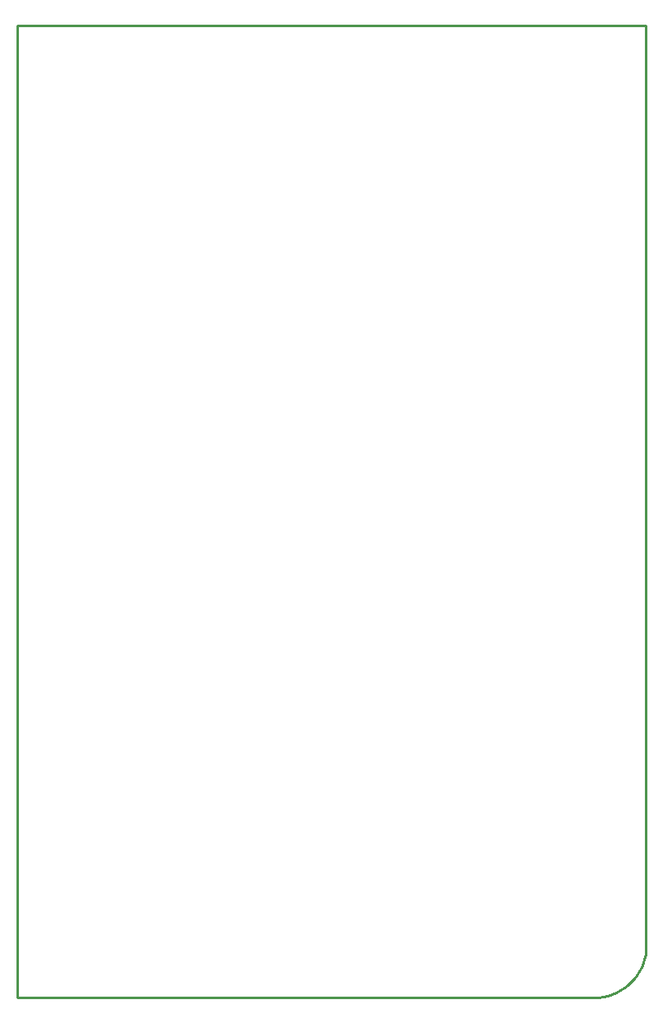
<source format=gbr>
G04 EAGLE Gerber RS-274X export*
G75*
%MOMM*%
%FSLAX34Y34*%
%LPD*%
%IN*%
%IPPOS*%
%AMOC8*
5,1,8,0,0,1.08239X$1,22.5*%
G01*
G04 Define Apertures*
%ADD10C,0.254000*%
D10*
X95250Y44450D02*
X689377Y44450D01*
X694028Y44653D01*
X698645Y45261D01*
X703191Y46269D01*
X707631Y47669D01*
X711933Y49451D01*
X716063Y51601D01*
X719990Y54102D01*
X723684Y56937D01*
X727117Y60083D01*
X730263Y63516D01*
X733098Y67210D01*
X735599Y71137D01*
X737749Y75267D01*
X739531Y79569D01*
X740931Y84009D01*
X741939Y88555D01*
X742547Y93172D01*
X742750Y97823D01*
X742750Y1044450D01*
X95250Y1044450D01*
X95250Y44450D01*
M02*

</source>
